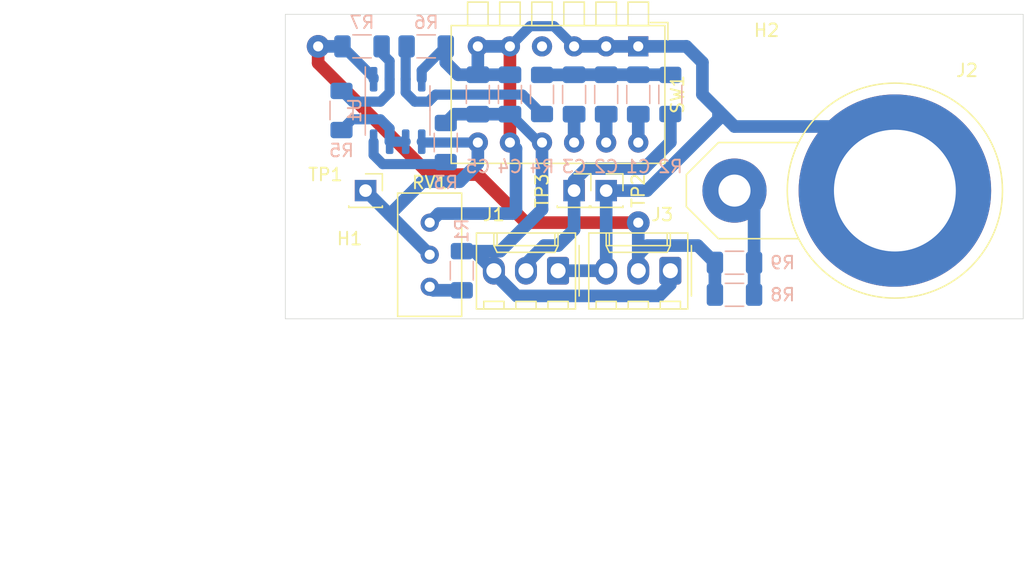
<source format=kicad_pcb>
(kicad_pcb (version 20221018) (generator pcbnew)
  (layers (0 "F.Cu" signal) (31 "B.Cu" signal) (34 "B.Paste" user) (35 "F.Paste" user) (36 "B.SilkS" user "B.Silkscreen") (37 "F.SilkS" user "F.Silkscreen") (38 "B.Mask" user) (39 "F.Mask" user) (44 "Edge.Cuts" user))
  (net 0 "")
  (net 1 "Net-(C1-Pad2)")
  (net 2 "Net-(C1-Pad1)")
  (net 3 "Net-(C2-Pad2)")
  (net 4 "Net-(C3-Pad2)")
  (net 5 "GND")
  (net 6 "+5V")
  (net 7 "Net-(J1-Pad2)")
  (net 8 "Net-(J2-Pad1)")
  (net 9 "Net-(J3-Pad2)")
  (net 10 "Net-(R1-Pad2)")
  (net 11 "Net-(R4-Pad1)")
  (net 12 "Net-(RV1-Pad2)")
  (net 13 "Net-(R3-Pad2)")
  (net 14 "Net-(R5-Pad2)")
  (net 15 "Net-(R5-Pad1)")
  (net 16 "Net-(SW1-Pad4)")
  (footprint "MountingHole:MountingHole_3.2mm_M3" (layer "F.Cu") (at 114.3 106.68)
    (fp_text reference "H2" (at 0 -2.54) (layer "F.SilkS"))
    (fp_text value "MountingHole")
    (pad "" np_thru_hole circle (at 0 0) (size 3.2 3.2) (drill 3.2) (layers "*.Cu" "*.Mask"))
  )
  (footprint "MountingHole:MountingHole_3.2mm_M3" (layer "F.Cu") (at 81.28 123.19)
    (fp_text reference "H1" (at 0 -2.54) (layer "F.SilkS"))
    (fp_text value "MountingHole")
    (pad "" np_thru_hole circle (at 0 0) (size 3.2 3.2) (drill 3.2) (layers "*.Cu" "*.Mask"))
  )
  (footprint "Connector_PinSocket_2.54mm:PinSocket_1x01_P2.54mm_Vertical" (layer "F.Cu") (at 82.55 116.84)
    (fp_text reference "TP1" (at -3.175 -1.27) (layer "F.SilkS"))
    (fp_text value "offset")
    (fp_line (start -1.33 1.21) (end -1.33 1.33) (stroke (width 0.12)) (layer "F.SilkS"))
    (fp_line (start -1.33 1.33) (end 1.33 1.33) (stroke (width 0.12)) (layer "F.SilkS"))
    (fp_line (start 0 -1.33) (end 1.33 -1.33) (stroke (width 0.12)) (layer "F.SilkS"))
    (fp_line (start 1.33 -1.33) (end 1.33 0) (stroke (width 0.12)) (layer "F.SilkS"))
    (fp_line (start 1.33 1.21) (end 1.33 1.33) (stroke (width 0.12)) (layer "F.SilkS"))
    (pad "1" thru_hole rect (at 0 0) (size 1.7 1.7) (drill 1) (layers "*.Cu" "*.Mask") (net 12 "Net-(RV1-Pad2)"))
  )
  (footprint "Connector_Molex:Molex_KK-254_AE-6410-03A_1x03_P2.54mm_Vertical" (layer "F.Cu") (at 97.79 123.19 180)
    (fp_text reference "J1" (at 5.08 4.445) (layer "F.SilkS"))
    (fp_text value "Conn_01x03")
    (fp_line (start -1.67 -2) (end -1.67 2) (stroke (width 0.12)) (layer "F.SilkS"))
    (fp_line (start -1.38 -3.03) (end -1.38 2.99) (stroke (width 0.12)) (layer "F.SilkS"))
    (fp_line (start -1.38 2.99) (end 6.46 2.99) (stroke (width 0.12)) (layer "F.SilkS"))
    (fp_line (start -0.8 -3.03) (end -0.8 -2.43) (stroke (width 0.12)) (layer "F.SilkS"))
    (fp_line (start -0.8 -2.43) (end 0.8 -2.43) (stroke (width 0.12)) (layer "F.SilkS"))
    (fp_line (start 0 1.99) (end 0.25 1.46) (stroke (width 0.12)) (layer "F.SilkS"))
    (fp_line (start 0 1.99) (end 5.08 1.99) (stroke (width 0.12)) (layer "F.SilkS"))
    (fp_line (start 0 2.99) (end 0 1.99) (stroke (width 0.12)) (layer "F.SilkS"))
    (fp_line (start 0.25 1.46) (end 4.83 1.46) (stroke (width 0.12)) (layer "F.SilkS"))
    (fp_line (start 0.25 2.99) (end 0.25 1.99) (stroke (width 0.12)) (layer "F.SilkS"))
    (fp_line (start 0.8 -2.43) (end 0.8 -3.03) (stroke (width 0.12)) (layer "F.SilkS"))
    (fp_line (start 1.74 -3.03) (end 1.74 -2.43) (stroke (width 0.12)) (layer "F.SilkS"))
    (fp_line (start 1.74 -2.43) (end 3.34 -2.43) (stroke (width 0.12)) (layer "F.SilkS"))
    (fp_line (start 3.34 -2.43) (end 3.34 -3.03) (stroke (width 0.12)) (layer "F.SilkS"))
    (fp_line (start 4.28 -3.03) (end 4.28 -2.43) (stroke (width 0.12)) (layer "F.SilkS"))
    (fp_line (start 4.28 -2.43) (end 5.88 -2.43) (stroke (width 0.12)) (layer "F.SilkS"))
    (fp_line (start 4.83 1.46) (end 5.08 1.99) (stroke (width 0.12)) (layer "F.SilkS"))
    (fp_line (start 4.83 2.99) (end 4.83 1.99) (stroke (width 0.12)) (layer "F.SilkS"))
    (fp_line (start 5.08 1.99) (end 5.08 2.99) (stroke (width 0.12)) (layer "F.SilkS"))
    (fp_line (start 5.88 -2.43) (end 5.88 -3.03) (stroke (width 0.12)) (layer "F.SilkS"))
    (fp_line (start 6.46 -3.03) (end -1.38 -3.03) (stroke (width 0.12)) (layer "F.SilkS"))
    (fp_line (start 6.46 2.99) (end 6.46 -3.03) (stroke (width 0.12)) (layer "F.SilkS"))
    (pad "1" thru_hole roundrect (at 0 0 180) (size 1.74 2.19) (drill 1.19) (layers "*.Cu" "*.Mask") (roundrect_rratio 0.1436775862) (net 5 "GND"))
    (pad "2" thru_hole oval (at 2.54 0 180) (size 1.74 2.19) (drill 1.19) (layers "*.Cu" "*.Mask") (net 7 "Net-(J1-Pad2)"))
    (pad "3" thru_hole oval (at 5.08 0 180) (size 1.74 2.19) (drill 1.19) (layers "*.Cu" "*.Mask") (net 6 "+5V"))
  )
  (footprint "Button_Switch_THT:SW_DIP_SPSTx06_Piano_10.8x16.8mm_W7.62mm_P2.54mm" (layer "F.Cu") (at 104.14 105.41 -90)
    (fp_text reference "SW1" (at 3.81 -3.11 90) (layer "F.SilkS"))
    (fp_text value "DP-06")
    (fp_line (start -3.51 -0.81) (end -3.51 0.81) (stroke (width 0.12)) (layer "F.SilkS"))
    (fp_line (start -3.51 -0.81) (end -1.65 -0.81) (stroke (width 0.12)) (layer "F.SilkS"))
    (fp_line (start -3.51 0.81) (end -1.65 0.81) (stroke (width 0.12)) (layer "F.SilkS"))
    (fp_line (start -3.51 1.73) (end -3.51 3.35) (stroke (width 0.12)) (layer "F.SilkS"))
    (fp_line (start -3.51 1.73) (end -1.65 1.73) (stroke (width 0.12)) (layer "F.SilkS"))
    (fp_line (start -3.51 3.35) (end -1.65 3.35) (stroke (width 0.12)) (layer "F.SilkS"))
    (fp_line (start -3.51 4.27) (end -3.51 5.89) (stroke (width 0.12)) (layer "F.SilkS"))
    (fp_line (start -3.51 4.27) (end -1.65 4.27) (stroke (width 0.12)) (layer "F.SilkS"))
    (fp_line (start -3.51 5.89) (end -1.65 5.89) (stroke (width 0.12)) (layer "F.SilkS"))
    (fp_line (start -3.51 6.81) (end -3.51 8.43) (stroke (width 0.12)) (layer "F.SilkS"))
    (fp_line (start -3.51 6.81) (end -1.65 6.81) (stroke (width 0.12)) (layer "F.SilkS"))
    (fp_line (start -3.51 8.43) (end -1.65 8.43) (stroke (width 0.12)) (layer "F.SilkS"))
    (fp_line (start -3.51 9.35) (end -3.51 10.97) (stroke (width 0.12)) (layer "F.SilkS"))
    (fp_line (start -3.51 9.35) (end -1.65 9.35) (stroke (width 0.12)) (layer "F.SilkS"))
    (fp_line (start -3.51 10.97) (end -1.65 10.97) (stroke (width 0.12)) (layer "F.SilkS"))
    (fp_line (start -3.51 11.89) (end -3.51 13.51) (stroke (width 0.12)) (layer "F.SilkS"))
    (fp_line (start -3.51 11.89) (end -1.65 11.89) (stroke (width 0.12)) (layer "F.SilkS"))
    (fp_line (start -3.51 13.51) (end -1.65 13.51) (stroke (width 0.12)) (layer "F.SilkS"))
    (fp_line (start -1.89 -2.35) (end -1.89 -0.967) (stroke (width 0.12)) (layer "F.SilkS"))
    (fp_line (start -1.89 -2.35) (end -0.507 -2.35) (stroke (width 0.12)) (layer "F.SilkS"))
    (fp_line (start -1.65 -2.11) (end -1.65 14.811) (stroke (width 0.12)) (layer "F.SilkS"))
    (fp_line (start -1.65 -2.11) (end 9.27 -2.11) (stroke (width 0.12)) (layer "F.SilkS"))
    (fp_line (start -1.65 -0.81) (end -1.65 0.81) (stroke (width 0.12)) (layer "F.SilkS"))
    (fp_line (start -1.65 1.73) (end -1.65 3.35) (stroke (width 0.12)) (layer "F.SilkS"))
    (fp_line (start -1.65 4.27) (end -1.65 5.89) (stroke (width 0.12)) (layer "F.SilkS"))
    (fp_line (start -1.65 6.81) (end -1.65 8.43) (stroke (width 0.12)) (layer "F.SilkS"))
    (fp_line (start -1.65 9.35) (end -1.65 10.97) (stroke (width 0.12)) (layer "F.SilkS"))
    (fp_line (start -1.65 11.89) (end -1.65 13.51) (stroke (width 0.12)) (layer "F.SilkS"))
    (fp_line (start -1.65 14.811) (end 9.27 14.811) (stroke (width 0.12)) (layer "F.SilkS"))
    (fp_line (start 9.27 -2.11) (end 9.27 14.811) (stroke (width 0.12)) (layer "F.SilkS"))
    (pad "1" thru_hole rect (at 0 0 270) (size 1.6 1.6) (drill 0.8) (layers "*.Cu" "*.Mask") (net 5 "GND"))
    (pad "2" thru_hole oval (at 0 2.54 270) (size 1.6 1.6) (drill 0.8) (layers "*.Cu" "*.Mask") (net 5 "GND"))
    (pad "3" thru_hole oval (at 0 5.08 270) (size 1.6 1.6) (drill 0.8) (layers "*.Cu" "*.Mask") (net 5 "GND"))
    (pad "4" thru_hole oval (at 0 7.62 270) (size 1.6 1.6) (drill 0.8) (layers "*.Cu" "*.Mask") (net 16 "Net-(SW1-Pad4)"))
    (pad "5" thru_hole oval (at 0 10.16 270) (size 1.6 1.6) (drill 0.8) (layers "*.Cu" "*.Mask") (net 5 "GND"))
    (pad "6" thru_hole oval (at 0 12.7 270) (size 1.6 1.6) (drill 0.8) (layers "*.Cu" "*.Mask") (net 5 "GND"))
    (pad "7" thru_hole oval (at 7.62 12.7 270) (size 1.6 1.6) (drill 0.8) (layers "*.Cu" "*.Mask") (net 12 "Net-(RV1-Pad2)"))
    (pad "8" thru_hole oval (at 7.62 10.16 270) (size 1.6 1.6) (drill 0.8) (layers "*.Cu" "*.Mask") (net 5 "GND"))
    (pad "9" thru_hole oval (at 7.62 7.62 270) (size 1.6 1.6) (drill 0.8) (layers "*.Cu" "*.Mask") (net 6 "+5V"))
    (pad "10" thru_hole oval (at 7.62 5.08 270) (size 1.6 1.6) (drill 0.8) (layers "*.Cu" "*.Mask") (net 4 "Net-(C3-Pad2)"))
    (pad "11" thru_hole oval (at 7.62 2.54 270) (size 1.6 1.6) (drill 0.8) (layers "*.Cu" "*.Mask") (net 3 "Net-(C2-Pad2)"))
    (pad "12" thru_hole oval (at 7.62 0 270) (size 1.6 1.6) (drill 0.8) (layers "*.Cu" "*.Mask") (net 1 "Net-(C1-Pad2)"))
  )
  (footprint "Connector_PinSocket_2.54mm:PinSocket_1x01_P2.54mm_Vertical" (layer "F.Cu") (at 101.6 116.84)
    (fp_text reference "TP2" (at 2.54 0 90) (layer "F.SilkS"))
    (fp_text value "GND")
    (fp_line (start -1.33 1.21) (end -1.33 1.33) (stroke (width 0.12)) (layer "F.SilkS"))
    (fp_line (start -1.33 1.33) (end 1.33 1.33) (stroke (width 0.12)) (layer "F.SilkS"))
    (fp_line (start 0 -1.33) (end 1.33 -1.33) (stroke (width 0.12)) (layer "F.SilkS"))
    (fp_line (start 1.33 -1.33) (end 1.33 0) (stroke (width 0.12)) (layer "F.SilkS"))
    (fp_line (start 1.33 1.21) (end 1.33 1.33) (stroke (width 0.12)) (layer "F.SilkS"))
    (pad "1" thru_hole rect (at 0 0) (size 1.7 1.7) (drill 1) (layers "*.Cu" "*.Mask") (net 5 "GND"))
  )
  (footprint "Connector_Coaxial:BNC_PanelMountable_Vertical" (layer "F.Cu") (at 111.76 116.84 180)
    (fp_text reference "J2" (at -18.415 9.525) (layer "F.SilkS"))
    (fp_text value "Conn_Coaxial")
    (fp_line (start -5.08 3.81) (end 1.27 3.81) (stroke (width 0.12)) (layer "F.SilkS"))
    (fp_line (start 1.27 -3.81) (end -5.08 -3.81) (stroke (width 0.12)) (layer "F.SilkS"))
    (fp_line (start 1.27 3.81) (end 3.81 1.27) (stroke (width 0.12)) (layer "F.SilkS"))
    (fp_line (start 3.81 -1.27) (end 1.27 -3.81) (stroke (width 0.12)) (layer "F.SilkS"))
    (fp_line (start 3.81 1.27) (end 3.81 -1.27) (stroke (width 0.12)) (layer "F.SilkS"))
    (fp_circle (center -12.7 0) (end -5.08 3.81) (stroke (width 0.12)) (fill none) (layer "F.SilkS"))
    (pad "1" thru_hole circle (at 0 0 180) (size 5.08 5.08) (drill 2.54) (layers "*.Cu" "*.Mask") (net 8 "Net-(J2-Pad1)"))
    (pad "2" thru_hole circle (at -12.7 0 180) (size 15.24 15.24) (drill 9.65) (layers "*.Cu" "*.Mask") (net 5 "GND"))
  )
  (footprint "Connector_PinSocket_2.54mm:PinSocket_1x01_P2.54mm_Vertical" (layer "F.Cu") (at 99.06 116.84)
    (fp_text reference "TP3" (at -2.54 0 90) (layer "F.SilkS"))
    (fp_text value "INPUT")
    (fp_line (start -1.33 1.21) (end -1.33 1.33) (stroke (width 0.12)) (layer "F.SilkS"))
    (fp_line (start -1.33 1.33) (end 1.33 1.33) (stroke (width 0.12)) (layer "F.SilkS"))
    (fp_line (start 0 -1.33) (end 1.33 -1.33) (stroke (width 0.12)) (layer "F.SilkS"))
    (fp_line (start 1.33 -1.33) (end 1.33 0) (stroke (width 0.12)) (layer "F.SilkS"))
    (fp_line (start 1.33 1.21) (end 1.33 1.33) (stroke (width 0.12)) (layer "F.SilkS"))
    (pad "1" thru_hole rect (at 0 0) (size 1.7 1.7) (drill 1) (layers "*.Cu" "*.Mask") (net 7 "Net-(J1-Pad2)"))
  )
  (footprint "Connector_Molex:Molex_KK-254_AE-6410-03A_1x03_P2.54mm_Vertical" (layer "F.Cu") (at 106.68 123.19 180)
    (fp_text reference "J3" (at 0.635 4.445) (layer "F.SilkS"))
    (fp_text value "Conn_01x03")
    (fp_line (start -1.67 -2) (end -1.67 2) (stroke (width 0.12)) (layer "F.SilkS"))
    (fp_line (start -1.38 -3.03) (end -1.38 2.99) (stroke (width 0.12)) (layer "F.SilkS"))
    (fp_line (start -1.38 2.99) (end 6.46 2.99) (stroke (width 0.12)) (layer "F.SilkS"))
    (fp_line (start -0.8 -3.03) (end -0.8 -2.43) (stroke (width 0.12)) (layer "F.SilkS"))
    (fp_line (start -0.8 -2.43) (end 0.8 -2.43) (stroke (width 0.12)) (layer "F.SilkS"))
    (fp_line (start 0 1.99) (end 0.25 1.46) (stroke (width 0.12)) (layer "F.SilkS"))
    (fp_line (start 0 1.99) (end 5.08 1.99) (stroke (width 0.12)) (layer "F.SilkS"))
    (fp_line (start 0 2.99) (end 0 1.99) (stroke (width 0.12)) (layer "F.SilkS"))
    (fp_line (start 0.25 1.46) (end 4.83 1.46) (stroke (width 0.12)) (layer "F.SilkS"))
    (fp_line (start 0.25 2.99) (end 0.25 1.99) (stroke (width 0.12)) (layer "F.SilkS"))
    (fp_line (start 0.8 -2.43) (end 0.8 -3.03) (stroke (width 0.12)) (layer "F.SilkS"))
    (fp_line (start 1.74 -3.03) (end 1.74 -2.43) (stroke (width 0.12)) (layer "F.SilkS"))
    (fp_line (start 1.74 -2.43) (end 3.34 -2.43) (stroke (width 0.12)) (layer "F.SilkS"))
    (fp_line (start 3.34 -2.43) (end 3.34 -3.03) (stroke (width 0.12)) (layer "F.SilkS"))
    (fp_line (start 4.28 -3.03) (end 4.28 -2.43) (stroke (width 0.12)) (layer "F.SilkS"))
    (fp_line (start 4.28 -2.43) (end 5.88 -2.43) (stroke (width 0.12)) (layer "F.SilkS"))
    (fp_line (start 4.83 1.46) (end 5.08 1.99) (stroke (width 0.12)) (layer "F.SilkS"))
    (fp_line (start 4.83 2.99) (end 4.83 1.99) (stroke (width 0.12)) (layer "F.SilkS"))
    (fp_line (start 5.08 1.99) (end 5.08 2.99) (stroke (width 0.12)) (layer "F.SilkS"))
    (fp_line (start 5.88 -2.43) (end 5.88 -3.03) (stroke (width 0.12)) (layer "F.SilkS"))
    (fp_line (start 6.46 -3.03) (end -1.38 -3.03) (stroke (width 0.12)) (layer "F.SilkS"))
    (fp_line (start 6.46 2.99) (end 6.46 -3.03) (stroke (width 0.12)) (layer "F.SilkS"))
    (pad "1" thru_hole roundrect (at 0 0 180) (size 1.74 2.19) (drill 1.19) (layers "*.Cu" "*.Mask") (roundrect_rratio 0.1436775862) (net 6 "+5V"))
    (pad "2" thru_hole oval (at 2.54 0 180) (size 1.74 2.19) (drill 1.19) (layers "*.Cu" "*.Mask") (net 9 "Net-(J3-Pad2)"))
    (pad "3" thru_hole oval (at 5.08 0 180) (size 1.74 2.19) (drill 1.19) (layers "*.Cu" "*.Mask") (net 5 "GND"))
  )
  (footprint "Potentiometer_THT:Potentiometer_Bourns_3296W_Vertical" (layer "F.Cu") (at 87.63 124.46 -90)
    (fp_text reference "RV1" (at -8.255 0 180) (layer "F.SilkS"))
    (fp_text value "10k")
    (fp_line (start -7.425 -2.53) (end -7.425 2.54) (stroke (width 0.12)) (layer "F.SilkS"))
    (fp_line (start -7.425 -2.53) (end 2.345 -2.53) (stroke (width 0.12)) (layer "F.SilkS"))
    (fp_line (start -7.425 2.54) (end 2.345 2.54) (stroke (width 0.12)) (layer "F.SilkS"))
    (fp_line (start 2.345 -2.53) (end 2.345 2.54) (stroke (width 0.12)) (layer "F.SilkS"))
    (pad "1" thru_hole circle (at 0 0 270) (size 1.44 1.44) (drill 0.8) (layers "*.Cu" "*.Mask") (net 10 "Net-(R1-Pad2)"))
    (pad "2" thru_hole circle (at -2.54 0 270) (size 1.44 1.44) (drill 0.8) (layers "*.Cu" "*.Mask") (net 12 "Net-(RV1-Pad2)"))
    (pad "3" thru_hole circle (at -5.08 0 270) (size 1.44 1.44) (drill 0.8) (layers "*.Cu" "*.Mask") (net 5 "GND"))
  )
  (footprint "Resistor_SMD:R_1206_3216Metric_Pad1.30x1.75mm_HandSolder" (layer "B.Cu") (at 106.68 109.22 -90)
    (fp_text reference "R2" (at 5.715 0 180) (layer "B.SilkS") (effects (justify mirror)))
    (fp_text value "4k7")
    (fp_line (start -0.727064 -0.91) (end 0.727064 -0.91) (stroke (width 0.12)) (layer "B.SilkS"))
    (fp_line (start -0.727064 0.91) (end 0.727064 0.91) (stroke (width 0.12)) (layer "B.SilkS"))
    (pad "1" smd roundrect (at -1.55 0 270) (size 1.3 1.75) (layers "B.Cu" "B.Paste" "B.Mask") (roundrect_rratio 0.1923076923) (net 2 "Net-(C1-Pad1)"))
    (pad "2" smd roundrect (at 1.55 0 270) (size 1.3 1.75) (layers "B.Cu" "B.Paste" "B.Mask") (roundrect_rratio 0.1923076923) (net 7 "Net-(J1-Pad2)"))
  )
  (footprint "Capacitor_SMD:C_1206_3216Metric_Pad1.33x1.80mm_HandSolder" (layer "B.Cu") (at 104.14 109.22 -90)
    (fp_text reference "C1" (at 5.715 0 180) (layer "B.SilkS") (effects (justify mirror)))
    (fp_text value "10n")
    (fp_line (start -0.711252 -0.91) (end 0.711252 -0.91) (stroke (width 0.12)) (layer "B.SilkS"))
    (fp_line (start -0.711252 0.91) (end 0.711252 0.91) (stroke (width 0.12)) (layer "B.SilkS"))
    (pad "1" smd roundrect (at -1.5625 0 270) (size 1.325 1.8) (layers "B.Cu" "B.Paste" "B.Mask") (roundrect_rratio 0.1886784906) (net 2 "Net-(C1-Pad1)"))
    (pad "2" smd roundrect (at 1.5625 0 270) (size 1.325 1.8) (layers "B.Cu" "B.Paste" "B.Mask") (roundrect_rratio 0.1886784906) (net 1 "Net-(C1-Pad2)"))
  )
  (footprint "Capacitor_SMD:C_1206_3216Metric_Pad1.33x1.80mm_HandSolder" (layer "B.Cu") (at 91.44 109.22 90)
    (fp_text reference "C5" (at -5.715 0 180) (layer "B.SilkS") (effects (justify mirror)))
    (fp_text value "10n")
    (fp_line (start -0.711252 -0.91) (end 0.711252 -0.91) (stroke (width 0.12)) (layer "B.SilkS"))
    (fp_line (start -0.711252 0.91) (end 0.711252 0.91) (stroke (width 0.12)) (layer "B.SilkS"))
    (pad "1" smd roundrect (at -1.5625 0 90) (size 1.325 1.8) (layers "B.Cu" "B.Paste" "B.Mask") (roundrect_rratio 0.1886784906) (net 6 "+5V"))
    (pad "2" smd roundrect (at 1.5625 0 90) (size 1.325 1.8) (layers "B.Cu" "B.Paste" "B.Mask") (roundrect_rratio 0.1886784906) (net 5 "GND"))
  )
  (footprint "Resistor_SMD:R_1206_3216Metric_Pad1.30x1.75mm_HandSolder" (layer "B.Cu") (at 111.76 122.555 180)
    (fp_text reference "R9" (at -3.81 0) (layer "B.SilkS") (effects (justify mirror)))
    (fp_text value "100")
    (fp_line (start -0.727064 -0.91) (end 0.727064 -0.91) (stroke (width 0.12)) (layer "B.SilkS"))
    (fp_line (start -0.727064 0.91) (end 0.727064 0.91) (stroke (width 0.12)) (layer "B.SilkS"))
    (pad "1" smd roundrect (at -1.55 0 180) (size 1.3 1.75) (layers "B.Cu" "B.Paste" "B.Mask") (roundrect_rratio 0.1923076923) (net 8 "Net-(J2-Pad1)"))
    (pad "2" smd roundrect (at 1.55 0 180) (size 1.3 1.75) (layers "B.Cu" "B.Paste" "B.Mask") (roundrect_rratio 0.1923076923) (net 9 "Net-(J3-Pad2)"))
  )
  (footprint "Resistor_SMD:R_1206_3216Metric_Pad1.30x1.75mm_HandSolder" (layer "B.Cu") (at 96.52 109.22 90)
    (fp_text reference "R4" (at -5.715 0 180) (layer "B.SilkS") (effects (justify mirror)))
    (fp_text value "100k")
    (fp_line (start -0.727064 -0.91) (end 0.727064 -0.91) (stroke (width 0.12)) (layer "B.SilkS"))
    (fp_line (start -0.727064 0.91) (end 0.727064 0.91) (stroke (width 0.12)) (layer "B.SilkS"))
    (pad "1" smd roundrect (at -1.55 0 90) (size 1.3 1.75) (layers "B.Cu" "B.Paste" "B.Mask") (roundrect_rratio 0.1923076923) (net 11 "Net-(R4-Pad1)"))
    (pad "2" smd roundrect (at 1.55 0 90) (size 1.3 1.75) (layers "B.Cu" "B.Paste" "B.Mask") (roundrect_rratio 0.1923076923) (net 2 "Net-(C1-Pad1)"))
  )
  (footprint "Capacitor_SMD:C_1206_3216Metric_Pad1.33x1.80mm_HandSolder" (layer "B.Cu") (at 99.06 109.22 -90)
    (fp_text reference "C3" (at 5.715 0 180) (layer "B.SilkS") (effects (justify mirror)))
    (fp_text value "33n")
    (fp_line (start -0.711252 -0.91) (end 0.711252 -0.91) (stroke (width 0.12)) (layer "B.SilkS"))
    (fp_line (start -0.711252 0.91) (end 0.711252 0.91) (stroke (width 0.12)) (layer "B.SilkS"))
    (pad "1" smd roundrect (at -1.5625 0 270) (size 1.325 1.8) (layers "B.Cu" "B.Paste" "B.Mask") (roundrect_rratio 0.1886784906) (net 2 "Net-(C1-Pad1)"))
    (pad "2" smd roundrect (at 1.5625 0 270) (size 1.325 1.8) (layers "B.Cu" "B.Paste" "B.Mask") (roundrect_rratio 0.1886784906) (net 4 "Net-(C3-Pad2)"))
  )
  (footprint "Capacitor_SMD:C_1206_3216Metric_Pad1.33x1.80mm_HandSolder" (layer "B.Cu") (at 101.6 109.22 -90)
    (fp_text reference "C2" (at 5.715 0 180) (layer "B.SilkS") (effects (justify mirror)))
    (fp_text value "10n")
    (fp_line (start -0.711252 -0.91) (end 0.711252 -0.91) (stroke (width 0.12)) (layer "B.SilkS"))
    (fp_line (start -0.711252 0.91) (end 0.711252 0.91) (stroke (width 0.12)) (layer "B.SilkS"))
    (pad "1" smd roundrect (at -1.5625 0 270) (size 1.325 1.8) (layers "B.Cu" "B.Paste" "B.Mask") (roundrect_rratio 0.1886784906) (net 2 "Net-(C1-Pad1)"))
    (pad "2" smd roundrect (at 1.5625 0 270) (size 1.325 1.8) (layers "B.Cu" "B.Paste" "B.Mask") (roundrect_rratio 0.1886784906) (net 3 "Net-(C2-Pad2)"))
  )
  (footprint "Resistor_SMD:R_1206_3216Metric_Pad1.30x1.75mm_HandSolder" (layer "B.Cu") (at 80.645 110.49 -90)
    (fp_text reference "R5" (at 3.175 0 180) (layer "B.SilkS") (effects (justify mirror)))
    (fp_text value "100k")
    (fp_line (start -0.727064 -0.91) (end 0.727064 -0.91) (stroke (width 0.12)) (layer "B.SilkS"))
    (fp_line (start -0.727064 0.91) (end 0.727064 0.91) (stroke (width 0.12)) (layer "B.SilkS"))
    (pad "1" smd roundrect (at -1.55 0 270) (size 1.3 1.75) (layers "B.Cu" "B.Paste" "B.Mask") (roundrect_rratio 0.1923076923) (net 15 "Net-(R5-Pad1)"))
    (pad "2" smd roundrect (at 1.55 0 270) (size 1.3 1.75) (layers "B.Cu" "B.Paste" "B.Mask") (roundrect_rratio 0.1923076923) (net 14 "Net-(R5-Pad2)"))
  )
  (footprint "Package_SO:SOIC-8_3.9x4.9mm_P1.27mm" (layer "B.Cu") (at 85.09 110.49 -90)
    (fp_text reference "U1" (at 0 3.4 90) (layer "B.SilkS") (effects (justify mirror)))
    (fp_text value "LMV358")
    (fp_line (start 0 -2.56) (end -1.95 -2.56) (stroke (width 0.12)) (layer "B.SilkS"))
    (fp_line (start 0 -2.56) (end 1.95 -2.56) (stroke (width 0.12)) (layer "B.SilkS"))
    (fp_line (start 0 2.56) (end -3.45 2.56) (stroke (width 0.12)) (layer "B.SilkS"))
    (fp_line (start 0 2.56) (end 1.95 2.56) (stroke (width 0.12)) (layer "B.SilkS"))
    (pad "1" smd roundrect (at -2.475 1.905 270) (size 1.95 0.6) (layers "B.Cu" "B.Paste" "B.Mask") (net 9 "Net-(J3-Pad2)"))
    (pad "2" smd roundrect (at -2.475 0.635 270) (size 1.95 0.6) (layers "B.Cu" "B.Paste" "B.Mask") (net 15 "Net-(R5-Pad1)"))
    (pad "3" smd roundrect (at -2.475 -0.635 270) (size 1.95 0.6) (layers "B.Cu" "B.Paste" "B.Mask") (net 11 "Net-(R4-Pad1)"))
    (pad "4" smd roundrect (at -2.475 -1.905 270) (size 1.95 0.6) (layers "B.Cu" "B.Paste" "B.Mask") (net 5 "GND"))
    (pad "5" smd roundrect (at 2.475 -1.905 270) (size 1.95 0.6) (layers "B.Cu" "B.Paste" "B.Mask") (net 12 "Net-(RV1-Pad2)"))
    (pad "6" smd roundrect (at 2.475 -0.635 270) (size 1.95 0.6) (layers "B.Cu" "B.Paste" "B.Mask") (net 14 "Net-(R5-Pad2)"))
    (pad "7" smd roundrect (at 2.475 0.635 270) (size 1.95 0.6) (layers "B.Cu" "B.Paste" "B.Mask") (net 14 "Net-(R5-Pad2)"))
    (pad "8" smd roundrect (at 2.475 1.905 270) (size 1.95 0.6) (layers "B.Cu" "B.Paste" "B.Mask") (net 13 "Net-(R3-Pad2)"))
  )
  (footprint "Resistor_SMD:R_1206_3216Metric_Pad1.30x1.75mm_HandSolder" (layer "B.Cu") (at 82.27 105.41)
    (fp_text reference "R7" (at 0 -1.905) (layer "B.SilkS") (effects (justify mirror)))
    (fp_text value "150k")
    (fp_line (start -0.727064 -0.91) (end 0.727064 -0.91) (stroke (width 0.12)) (layer "B.SilkS"))
    (fp_line (start -0.727064 0.91) (end 0.727064 0.91) (stroke (width 0.12)) (layer "B.SilkS"))
    (pad "1" smd roundrect (at -1.55 0) (size 1.3 1.75) (layers "B.Cu" "B.Paste" "B.Mask") (roundrect_rratio 0.1923076923) (net 9 "Net-(J3-Pad2)"))
    (pad "2" smd roundrect (at 1.55 0) (size 1.3 1.75) (layers "B.Cu" "B.Paste" "B.Mask") (roundrect_rratio 0.1923076923) (net 15 "Net-(R5-Pad1)"))
  )
  (footprint "Resistor_SMD:R_1206_3216Metric_Pad1.30x1.75mm_HandSolder" (layer "B.Cu") (at 111.76 125.095 180)
    (fp_text reference "R8" (at -3.81 0) (layer "B.SilkS") (effects (justify mirror)))
    (fp_text value "100")
    (fp_line (start -0.727064 -0.91) (end 0.727064 -0.91) (stroke (width 0.12)) (layer "B.SilkS"))
    (fp_line (start -0.727064 0.91) (end 0.727064 0.91) (stroke (width 0.12)) (layer "B.SilkS"))
    (pad "1" smd roundrect (at -1.55 0 180) (size 1.3 1.75) (layers "B.Cu" "B.Paste" "B.Mask") (roundrect_rratio 0.1923076923) (net 8 "Net-(J2-Pad1)"))
    (pad "2" smd roundrect (at 1.55 0 180) (size 1.3 1.75) (layers "B.Cu" "B.Paste" "B.Mask") (roundrect_rratio 0.1923076923) (net 9 "Net-(J3-Pad2)"))
  )
  (footprint "Capacitor_SMD:C_1206_3216Metric_Pad1.33x1.80mm_HandSolder" (layer "B.Cu") (at 93.98 109.22 90)
    (fp_text reference "C4" (at -5.715 0 180) (layer "B.SilkS") (effects (justify mirror)))
    (fp_text value "100n")
    (fp_line (start -0.711252 -0.91) (end 0.711252 -0.91) (stroke (width 0.12)) (layer "B.SilkS"))
    (fp_line (start -0.711252 0.91) (end 0.711252 0.91) (stroke (width 0.12)) (layer "B.SilkS"))
    (pad "1" smd roundrect (at -1.5625 0 90) (size 1.325 1.8) (layers "B.Cu" "B.Paste" "B.Mask") (roundrect_rratio 0.1886784906) (net 6 "+5V"))
    (pad "2" smd roundrect (at 1.5625 0 90) (size 1.325 1.8) (layers "B.Cu" "B.Paste" "B.Mask") (roundrect_rratio 0.1886784906) (net 5 "GND"))
  )
  (footprint "Resistor_SMD:R_1206_3216Metric_Pad1.30x1.75mm_HandSolder" (layer "B.Cu") (at 87.35 105.41)
    (fp_text reference "R6" (at 0 -1.905) (layer "B.SilkS") (effects (justify mirror)))
    (fp_text value "150k")
    (fp_line (start -0.727064 -0.91) (end 0.727064 -0.91) (stroke (width 0.12)) (layer "B.SilkS"))
    (fp_line (start -0.727064 0.91) (end 0.727064 0.91) (stroke (width 0.12)) (layer "B.SilkS"))
    (pad "1" smd roundrect (at -1.55 0) (size 1.3 1.75) (layers "B.Cu" "B.Paste" "B.Mask") (roundrect_rratio 0.1923076923) (net 11 "Net-(R4-Pad1)"))
    (pad "2" smd roundrect (at 1.55 0) (size 1.3 1.75) (layers "B.Cu" "B.Paste" "B.Mask") (roundrect_rratio 0.1923076923) (net 5 "GND"))
  )
  (footprint "Resistor_SMD:R_1206_3216Metric_Pad1.30x1.75mm_HandSolder" (layer "B.Cu") (at 90.17 123.19 -90)
    (fp_text reference "R1" (at -3.175 0 90) (layer "B.SilkS") (effects (justify mirror)))
    (fp_text value "33k")
    (fp_line (start -0.727064 -0.91) (end 0.727064 -0.91) (stroke (width 0.12)) (layer "B.SilkS"))
    (fp_line (start -0.727064 0.91) (end 0.727064 0.91) (stroke (width 0.12)) (layer "B.SilkS"))
    (pad "1" smd roundrect (at -1.55 0 270) (size 1.3 1.75) (layers "B.Cu" "B.Paste" "B.Mask") (roundrect_rratio 0.1923076923) (net 6 "+5V"))
    (pad "2" smd roundrect (at 1.55 0 270) (size 1.3 1.75) (layers "B.Cu" "B.Paste" "B.Mask") (roundrect_rratio 0.1923076923) (net 10 "Net-(R1-Pad2)"))
  )
  (footprint "Resistor_SMD:R_1206_3216Metric_Pad1.30x1.75mm_HandSolder" (layer "B.Cu") (at 88.9 113.03 -90)
    (fp_text reference "R3" (at 3.175 0 180) (layer "B.SilkS") (effects (justify mirror)))
    (fp_text value "0")
    (fp_line (start -0.727064 -0.91) (end 0.727064 -0.91) (stroke (width 0.12)) (layer "B.SilkS"))
    (fp_line (start -0.727064 0.91) (end 0.727064 0.91) (stroke (width 0.12)) (layer "B.SilkS"))
    (pad "1" smd roundrect (at -1.55 0 270) (size 1.3 1.75) (layers "B.Cu" "B.Paste" "B.Mask") (roundrect_rratio 0.1923076923) (net 6 "+5V"))
    (pad "2" smd roundrect (at 1.55 0 270) (size 1.3 1.75) (layers "B.Cu" "B.Paste" "B.Mask") (roundrect_rratio 0.1923076923) (net 13 "Net-(R3-Pad2)"))
  )
  (gr_line (start 76.2 102.87) (end 76.2 127) (stroke (width 0.05)) (layer "Edge.Cuts"))
  (gr_line (start 134.62 102.87) (end 76.2 102.87) (stroke (width 0.05)) (layer "Edge.Cuts"))
  (gr_line (start 76.2 127) (end 134.62 127) (stroke (width 0.05)) (layer "Edge.Cuts"))
  (gr_line (start 134.62 127) (end 134.62 102.87) (stroke (width 0.05)) (layer "Edge.Cuts"))
  (segment (start 104.14 110.7825) (end 104.14 113.03) (width 1) (layer "B.Cu") (net 1))
  (segment (start 106.6675 107.6575) (end 106.68 107.67) (width 1) (layer "B.Cu") (net 2))
  (segment (start 104.14 107.6575) (end 106.6675 107.6575) (width 1) (layer "B.Cu") (net 2))
  (segment (start 96.52 107.67) (end 99.0475 107.67) (width 1) (layer "B.Cu") (net 2))
  (segment (start 101.6 107.6575) (end 99.06 107.6575) (width 1) (layer "B.Cu") (net 2))
  (segment (start 104.14 107.6575) (end 101.6 107.6575) (width 1) (layer "B.Cu") (net 2))
  (segment (start 99.0475 107.67) (end 99.06 107.6575) (width 1) (layer "B.Cu") (net 2))
  (segment (start 101.6 110.7825) (end 101.6 113.03) (width 1) (layer "B.Cu") (net 3))
  (segment (start 99.06 110.7825) (end 99.06 113.03) (width 1) (layer "B.Cu") (net 4))
  (segment (start 93.98 113.03) (end 93.98 105.41) (width 1) (layer "F.Cu") (net 5))
  (segment (start 110.49 110.49) (end 111.76 111.76) (width 1) (layer "B.Cu") (net 5))
  (segment (start 99.06 105.41) (end 101.6 105.41) (width 1) (layer "B.Cu") (net 5))
  (segment (start 109.22 109.22) (end 110.49 110.49) (width 1) (layer "B.Cu") (net 5))
  (segment (start 91.44 105.41) (end 91.44 107.6575) (width 1) (layer "B.Cu") (net 5))
  (segment (start 104.14 105.41) (end 107.95 105.41) (width 1) (layer "B.Cu") (net 5))
  (segment (start 86.995 108.015) (end 86.995 107.315) (width 0.8) (layer "B.Cu") (net 5))
  (segment (start 104.825914 116.84) (end 110.49 111.175914) (width 1) (layer "B.Cu") (net 5))
  (segment (start 93.98 105.41) (end 91.44 105.41) (width 1) (layer "B.Cu") (net 5))
  (segment (start 91.44 107.6575) (end 93.98 107.6575) (width 1) (layer "B.Cu") (net 5))
  (segment (start 86.995 107.315) (end 88.9 105.41) (width 0.8) (layer "B.Cu") (net 5))
  (segment (start 88.9 106.68) (end 88.9 105.41) (width 1) (layer "B.Cu") (net 5))
  (segment (start 111.76 111.76) (end 119.38 111.76) (width 1) (layer "B.Cu") (net 5))
  (segment (start 107.95 105.41) (end 109.22 106.68) (width 1) (layer "B.Cu") (net 5))
  (segment (start 109.22 106.68) (end 109.22 109.22) (width 1) (layer "B.Cu") (net 5))
  (segment (start 119.38 111.76) (end 124.46 116.84) (width 1) (layer "B.Cu") (net 5))
  (segment (start 101.6 116.84) (end 104.825914 116.84) (width 1) (layer "B.Cu") (net 5))
  (segment (start 101.6 105.41) (end 104.14 105.41) (width 1) (layer "B.Cu") (net 5))
  (segment (start 110.49 111.175914) (end 110.49 110.49) (width 1) (layer "B.Cu") (net 5))
  (segment (start 89.8775 107.6575) (end 88.9 106.68) (width 1) (layer "B.Cu") (net 5))
  (segment (start 101.6 116.84) (end 101.6 123.19) (width 1) (layer "B.Cu") (net 5))
  (segment (start 91.44 107.6575) (end 89.8775 107.6575) (width 1) (layer "B.Cu") (net 5))
  (segment (start 94.460001 113.510001) (end 93.98 113.03) (width 1) (layer "B.Cu") (net 5))
  (segment (start 94.460001 118.410001) (end 94.460001 113.510001) (width 1) (layer "B.Cu") (net 5))
  (segment (start 88.349999 118.660001) (end 94.210001 118.660001) (width 1) (layer "B.Cu") (net 5))
  (segment (start 97.459999 103.809999) (end 99.06 105.41) (width 0.8) (layer "B.Cu") (net 5))
  (segment (start 87.63 119.38) (end 88.349999 118.660001) (width 1) (layer "B.Cu") (net 5))
  (segment (start 97.79 123.19) (end 101.6 123.19) (width 1) (layer "B.Cu") (net 5))
  (segment (start 94.210001 118.660001) (end 94.460001 118.410001) (width 1) (layer "B.Cu") (net 5))
  (segment (start 93.98 105.41) (end 95.580001 103.809999) (width 0.8) (layer "B.Cu") (net 5))
  (segment (start 95.580001 103.809999) (end 97.459999 103.809999) (width 0.8) (layer "B.Cu") (net 5))
  (segment (start 106.68 123.19) (end 106.68 124.285) (width 1) (layer "B.Cu") (net 6))
  (segment (start 91.44 110.7825) (end 93.98 110.7825) (width 1) (layer "B.Cu") (net 6))
  (segment (start 106.68 124.285) (end 105.77999 125.18501) (width 1) (layer "B.Cu") (net 6))
  (segment (start 94.516838 125.18501) (end 92.71 123.378172) (width 1) (layer "B.Cu") (net 6))
  (segment (start 93.209915 121.64) (end 91.16 121.64) (width 1) (layer "B.Cu") (net 6))
  (segment (start 96.52 113.03) (end 96.52 118.329915) (width 1) (layer "B.Cu") (net 6))
  (segment (start 90.17 121.64) (end 91.16 121.64) (width 1) (layer "B.Cu") (net 6))
  (segment (start 89.5975 110.7825) (end 91.44 110.7825) (width 1) (layer "B.Cu") (net 6))
  (segment (start 96.52 118.329915) (end 93.209915 121.64) (width 1) (layer "B.Cu") (net 6))
  (segment (start 105.77999 125.18501) (end 94.516838 125.18501) (width 1) (layer "B.Cu") (net 6))
  (segment (start 92.71 123.378172) (end 92.71 123.19) (width 1) (layer "B.Cu") (net 6))
  (segment (start 93.98 110.7825) (end 94.022558 110.7825) (width 0.8) (layer "B.Cu") (net 6))
  (segment (start 94.022558 110.7825) (end 96.270058 113.03) (width 0.8) (layer "B.Cu") (net 6))
  (segment (start 96.270058 113.03) (end 96.52 113.03) (width 0.8) (layer "B.Cu") (net 6))
  (segment (start 91.16 121.64) (end 92.71 123.19) (width 1) (layer "B.Cu") (net 6))
  (segment (start 88.9 111.48) (end 89.5975 110.7825) (width 1) (layer "B.Cu") (net 6))
  (segment (start 106.68 113.006002) (end 104.596003 115.089999) (width 1) (layer "B.Cu") (net 7))
  (segment (start 106.68 110.77) (end 106.68 113.006002) (width 1) (layer "B.Cu") (net 7))
  (segment (start 99.06 116.059998) (end 100.029999 115.089999) (width 1) (layer "B.Cu") (net 7))
  (segment (start 100.029999 115.089999) (end 104.596003 115.089999) (width 1) (layer "B.Cu") (net 7))
  (segment (start 99.06 116.84) (end 99.06 116.059998) (width 1) (layer "B.Cu") (net 7))
  (segment (start 99.06 119.92499) (end 97.79 121.19499) (width 1) (layer "B.Cu") (net 7))
  (segment (start 95.25 122.638638) (end 95.25 123.19) (width 1) (layer "B.Cu") (net 7))
  (segment (start 96.693648 121.19499) (end 95.25 122.638638) (width 1) (layer "B.Cu") (net 7))
  (segment (start 99.06 116.84) (end 99.06 119.92499) (width 1) (layer "B.Cu") (net 7))
  (segment (start 97.79 121.19499) (end 96.693648 121.19499) (width 1) (layer "B.Cu") (net 7))
  (segment (start 113.31 122.555) (end 113.31 125.095) (width 1) (layer "B.Cu") (net 8))
  (segment (start 113.31 118.39) (end 111.76 116.84) (width 1) (layer "B.Cu") (net 8))
  (segment (start 113.31 122.555) (end 113.31 118.39) (width 1) (layer "B.Cu") (net 8))
  (segment (start 87.63 115.57) (end 78.795 106.735) (width 1) (layer "F.Cu") (net 9))
  (segment (start 91.44 115.57) (end 87.63 115.57) (width 1) (layer "F.Cu") (net 9))
  (segment (start 78.795 106.735) (end 78.795 105.41) (width 1) (layer "F.Cu") (net 9))
  (segment (start 104.14 119.38) (end 95.25 119.38) (width 1) (layer "F.Cu") (net 9))
  (segment (start 95.25 119.38) (end 91.44 115.57) (width 1) (layer "F.Cu") (net 9))
  (via (at 104.14 119.38) (size 1.8) (drill 0.8) (layers "F.Cu" "B.Cu") (net 9))
  (via (at 78.795 105.41) (size 1.8) (drill 0.8) (layers "F.Cu" "B.Cu") (net 9))
  (segment (start 83.185 107.875) (end 80.72 105.41) (width 0.8) (layer "B.Cu") (net 9))
  (segment (start 110.21 122.555) (end 110.21 123.545) (width 1) (layer "B.Cu") (net 9))
  (segment (start 110.21 123.545) (end 110.21 125.095) (width 1) (layer "B.Cu") (net 9))
  (segment (start 104.14 123.19) (end 104.14 121.92) (width 1) (layer "B.Cu") (net 9))
  (segment (start 108.84999 121.19499) (end 110.21 122.555) (width 1) (layer "B.Cu") (net 9))
  (segment (start 104.86501 121.19499) (end 108.84999 121.19499) (width 1) (layer "B.Cu") (net 9))
  (segment (start 104.14 121.92) (end 104.86501 121.19499) (width 1) (layer "B.Cu") (net 9))
  (segment (start 83.185 108.015) (end 83.185 107.875) (width 0.8) (layer "B.Cu") (net 9))
  (segment (start 104.14 121.92) (end 104.14 119.38) (width 1) (layer "B.Cu") (net 9))
  (segment (start 78.795 105.41) (end 80.72 105.41) (width 1) (layer "B.Cu") (net 9))
  (segment (start 87.91 124.74) (end 87.63 124.46) (width 1) (layer "B.Cu") (net 10))
  (segment (start 90.17 124.74) (end 87.91 124.74) (width 1) (layer "B.Cu") (net 10))
  (segment (start 85.725 105.485) (end 85.8 105.41) (width 0.8) (layer "B.Cu") (net 11))
  (segment (start 87.538508 109.79001) (end 86.451492 109.79001) (width 0.8) (layer "B.Cu") (net 11))
  (segment (start 88.09501 109.233508) (end 87.538508 109.79001) (width 0.8) (layer "B.Cu") (net 11))
  (segment (start 96.52 110.77) (end 94.983508 109.233508) (width 0.8) (layer "B.Cu") (net 11))
  (segment (start 86.451492 109.79001) (end 85.725 109.063518) (width 0.8) (layer "B.Cu") (net 11))
  (segment (start 94.983508 109.233508) (end 88.09501 109.233508) (width 0.8) (layer "B.Cu") (net 11))
  (segment (start 85.725 108.015) (end 85.725 105.485) (width 0.8) (layer "B.Cu") (net 11))
  (segment (start 85.725 109.063518) (end 85.725 108.015) (width 0.8) (layer "B.Cu") (net 11))
  (segment (start 87.06999 116.13001) (end 84.455 118.745) (width 1) (layer "B.Cu") (net 12))
  (segment (start 82.55 116.84) (end 84.455 118.745) (width 1) (layer "B.Cu") (net 12))
  (segment (start 91.44 113.03) (end 91.44 114.691362) (width 1) (layer "B.Cu") (net 12))
  (segment (start 87.63 121.92) (end 86.009999 120.299999) (width 1) (layer "B.Cu") (net 12))
  (segment (start 84.455 118.745) (end 85.09 119.38) (width 1) (layer "B.Cu") (net 12))
  (segment (start 87.06 113.03) (end 86.995 112.965) (width 0.8) (layer "B.Cu") (net 12))
  (segment (start 91.44 113.03) (end 87.06 113.03) (width 0.8) (layer "B.Cu") (net 12))
  (segment (start 91.44 114.691362) (end 90.001352 116.13001) (width 1) (layer "B.Cu") (net 12))
  (segment (start 85.09 119.38) (end 86.009999 120.299999) (width 1) (layer "B.Cu") (net 12))
  (segment (start 90.001352 116.13001) (end 87.06999 116.13001) (width 1) (layer "B.Cu") (net 12))
  (segment (start 83.185 112.965) (end 83.185 114.013518) (width 0.8) (layer "B.Cu") (net 13))
  (segment (start 83.911492 114.74001) (end 88.73999 114.74001) (width 0.8) (layer "B.Cu") (net 13))
  (segment (start 88.73999 114.74001) (end 88.9 114.58) (width 0.8) (layer "B.Cu") (net 13))
  (segment (start 83.185 114.013518) (end 83.911492 114.74001) (width 0.8) (layer "B.Cu") (net 13))
  (segment (start 84.455 112.965) (end 85.725 112.965) (width 0.8) (layer "B.Cu") (net 14))
  (segment (start 84.455 111.916482) (end 84.455 112.965) (width 0.8) (layer "B.Cu") (net 14))
  (segment (start 83.728508 111.18999) (end 84.455 111.916482) (width 0.8) (layer "B.Cu") (net 14))
  (segment (start 81.49501 111.18999) (end 83.728508 111.18999) (width 0.8) (layer "B.Cu") (net 14))
  (segment (start 80.645 112.04) (end 81.49501 111.18999) (width 0.8) (layer "B.Cu") (net 14))
  (segment (start 84.455 106.574942) (end 83.82 105.939942) (width 0.8) (layer "B.Cu") (net 15))
  (segment (start 81.49501 109.79001) (end 83.728508 109.79001) (width 0.8) (layer "B.Cu") (net 15))
  (segment (start 84.455 109.063518) (end 84.455 108.015) (width 0.8) (layer "B.Cu") (net 15))
  (segment (start 84.455 108.015) (end 84.455 106.574942) (width 0.8) (layer "B.Cu") (net 15))
  (segment (start 83.728508 109.79001) (end 84.455 109.063518) (width 0.8) (layer "B.Cu") (net 15))
  (segment (start 80.645 108.94) (end 81.49501 109.79001) (width 0.8) (layer "B.Cu") (net 15))
)
</source>
